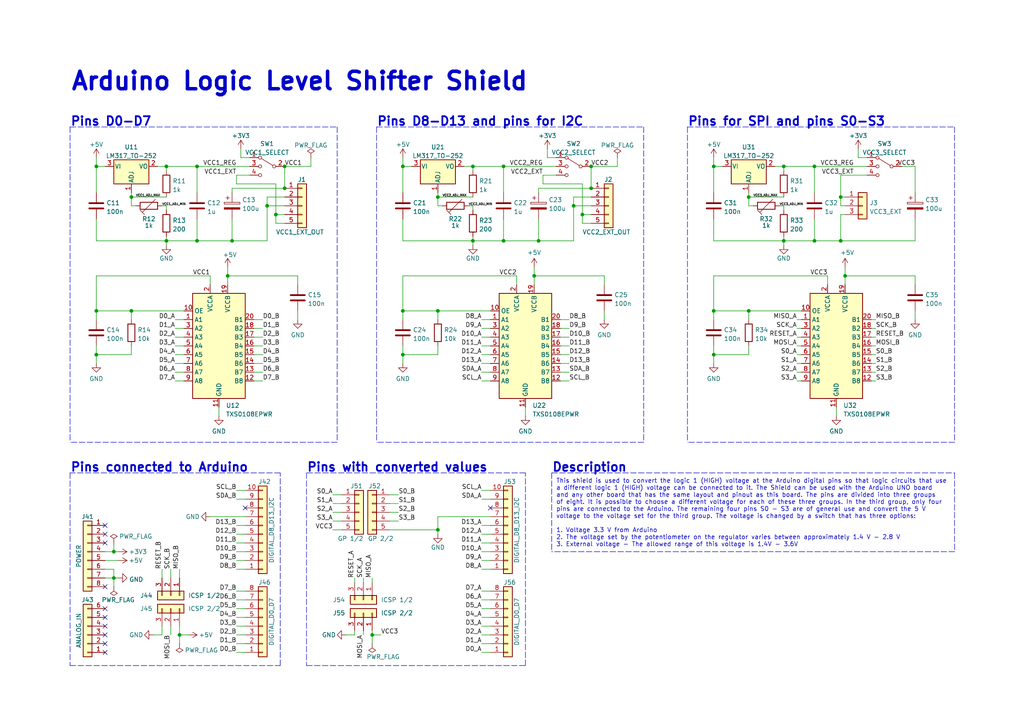
<source format=kicad_sch>
(kicad_sch (version 20211123) (generator eeschema)
  (paper "A4")
  (title_block (title "Arduino Logic Level Shifter Shield") (date "2023-03-18") (rev "1") (comment 2 "https://creativecommons.org/licenses/by-sa/4.0/") (comment 3 "License: CC BY-SA 4.0") (comment 4 "Author: Petr Vlasák"))
  (lib_symbols
    (symbol "Connector_Generic:Conn_01x03" (pin_names (offset 1.016) hide)
      (property "Reference" "J" (at 0 5.08 0))
      (property "Value" "Conn_01x03" (at 0 -5.08 0))
      (symbol "Conn_01x03_1_1"
        (pin passive line (at -5.08 2.54 0) (length 3.81) (name "Pin_1") (number "1"))
        (pin passive line (at -5.08 0 0) (length 3.81) (name "Pin_2") (number "2"))
        (pin passive line (at -5.08 -2.54 0) (length 3.81) (name "Pin_3") (number "3"))
      )
    )
    (symbol "Connector_Generic:Conn_01x05" (pin_names (offset 1.016) hide)
      (property "Reference" "J" (at 0 7.62 0))
      (property "Value" "Conn_01x05" (at 0 -7.62 0))
      (symbol "Conn_01x05_1_1"
        (pin passive line (at -5.08 5.08 0) (length 3.81) (name "Pin_1") (number "1"))
        (pin passive line (at -5.08 2.54 0) (length 3.81) (name "Pin_2") (number "2"))
        (pin passive line (at -5.08 0 0) (length 3.81) (name "Pin_3") (number "3"))
        (pin passive line (at -5.08 -2.54 0) (length 3.81) (name "Pin_4") (number "4"))
        (pin passive line (at -5.08 -5.08 0) (length 3.81) (name "Pin_5") (number "5"))
      )
    )
    (symbol "Connector_Generic:Conn_01x06" (pin_names (offset 1.016) hide)
      (property "Reference" "J" (at 0 7.62 0))
      (property "Value" "Conn_01x06" (at 0 -10.16 0))
      (symbol "Conn_01x06_1_1"
        (pin passive line (at -5.08 5.08 0) (length 3.81) (name "Pin_1") (number "1"))
        (pin passive line (at -5.08 2.54 0) (length 3.81) (name "Pin_2") (number "2"))
        (pin passive line (at -5.08 0 0) (length 3.81) (name "Pin_3") (number "3"))
        (pin passive line (at -5.08 -2.54 0) (length 3.81) (name "Pin_4") (number "4"))
        (pin passive line (at -5.08 -5.08 0) (length 3.81) (name "Pin_5") (number "5"))
        (pin passive line (at -5.08 -7.62 0) (length 3.81) (name "Pin_6") (number "6"))
      )
    )
    (symbol "Connector_Generic:Conn_01x08" (pin_names (offset 1.016) hide)
      (property "Reference" "J" (at 0 10.16 0))
      (property "Value" "Conn_01x08" (at 0 -12.7 0))
      (symbol "Conn_01x08_1_1"
        (pin passive line (at -5.08 7.62 0) (length 3.81) (name "Pin_1") (number "1"))
        (pin passive line (at -5.08 5.08 0) (length 3.81) (name "Pin_2") (number "2"))
        (pin passive line (at -5.08 2.54 0) (length 3.81) (name "Pin_3") (number "3"))
        (pin passive line (at -5.08 0 0) (length 3.81) (name "Pin_4") (number "4"))
        (pin passive line (at -5.08 -2.54 0) (length 3.81) (name "Pin_5") (number "5"))
        (pin passive line (at -5.08 -5.08 0) (length 3.81) (name "Pin_6") (number "6"))
        (pin passive line (at -5.08 -7.62 0) (length 3.81) (name "Pin_7") (number "7"))
        (pin passive line (at -5.08 -10.16 0) (length 3.81) (name "Pin_8") (number "8"))
      )
    )
    (symbol "Connector_Generic:Conn_01x10" (pin_names (offset 1.016) hide)
      (property "Reference" "J" (at 0 12.7 0))
      (property "Value" "Conn_01x10" (at 0 -15.24 0))
      (symbol "Conn_01x10_1_1"
        (pin passive line (at -5.08 10.16 0) (length 3.81) (name "Pin_1") (number "1"))
        (pin passive line (at -5.08 -12.7 0) (length 3.81) (name "Pin_10") (number "10"))
        (pin passive line (at -5.08 7.62 0) (length 3.81) (name "Pin_2") (number "2"))
        (pin passive line (at -5.08 5.08 0) (length 3.81) (name "Pin_3") (number "3"))
        (pin passive line (at -5.08 2.54 0) (length 3.81) (name "Pin_4") (number "4"))
        (pin passive line (at -5.08 0 0) (length 3.81) (name "Pin_5") (number "5"))
        (pin passive line (at -5.08 -2.54 0) (length 3.81) (name "Pin_6") (number "6"))
        (pin passive line (at -5.08 -5.08 0) (length 3.81) (name "Pin_7") (number "7"))
        (pin passive line (at -5.08 -7.62 0) (length 3.81) (name "Pin_8") (number "8"))
        (pin passive line (at -5.08 -10.16 0) (length 3.81) (name "Pin_9") (number "9"))
      )
    )
    (symbol "Custom:OS103011MA7QP1" (pin_names (offset 0) hide)
      (property "Reference" "SW" (at 0 5.08 0))
      (property "Value" "OS103011MA7QP1" (at 0 -5.08 0))
      (symbol "OS103011MA7QP1_1_1"
        (pin passive line (at 5.08 2.54 180) (length 2.54) (name "1") (number "1"))
        (pin passive line (at -5.08 0 0) (length 2.54) (name "2") (number "2"))
        (pin passive line (at 5.08 0 180) (length 2.54) (name "3") (number "3"))
        (pin passive line (at 5.08 -2.54 180) (length 2.54) (name "4") (number "4"))
      )
    )
    (symbol "Device:C" (pin_numbers hide) (pin_names (offset 0.254))
      (property "Reference" "C" (at 0.635 2.54 0))
      (property "Value" "C" (at 0.635 -2.54 0))
      (symbol "C_1_1"
        (pin passive line (at 0 3.81 270) (length 2.794) (name "~") (number "1"))
        (pin passive line (at 0 -3.81 90) (length 2.794) (name "~") (number "2"))
      )
    )
    (symbol "Device:C_Polarized" (pin_numbers hide) (pin_names (offset 0.254))
      (property "Reference" "C" (at 0.635 2.54 0))
      (property "Value" "C_Polarized" (at 0.635 -2.54 0))
      (symbol "C_Polarized_1_1"
        (pin passive line (at 0 3.81 270) (length 2.794) (name "~") (number "1"))
        (pin passive line (at 0 -3.81 90) (length 2.794) (name "~") (number "2"))
      )
    )
    (symbol "Device:R" (pin_numbers hide) (pin_names (offset 0))
      (property "Reference" "R" (at 2.032 0 90))
      (property "Value" "R" (at 0 0 90))
      (symbol "R_1_1"
        (pin passive line (at 0 3.81 270) (length 1.27) (name "~") (number "1"))
        (pin passive line (at 0 -3.81 90) (length 1.27) (name "~") (number "2"))
      )
    )
    (symbol "Device:R_Trim" (pin_numbers hide) (pin_names (offset 0))
      (property "Reference" "R" (at 2.54 -2.54 90))
      (property "Value" "R_Trim" (at -2.54 -0.635 90))
      (symbol "R_Trim_1_1"
        (pin passive line (at 0 3.81 270) (length 1.27) (name "~") (number "1"))
        (pin passive line (at 0 -3.81 90) (length 1.27) (name "~") (number "2"))
      )
    )
    (symbol "Logic_LevelTranslator:TXS0108EPW"
      (property "Reference" "U" (at -6.35 16.51 0))
      (property "Value" "TXS0108EPW" (at 3.81 16.51 0))
      (symbol "TXS0108EPW_1_1"
        (pin bidirectional line (at -10.16 7.62 0) (length 2.54) (name "A1") (number "1"))
        (pin input line (at -10.16 10.16 0) (length 2.54) (name "OE") (number "10"))
        (pin power_in line (at 0 -17.78 90) (length 2.54) (name "GND") (number "11"))
        (pin bidirectional line (at 10.16 -10.16 180) (length 2.54) (name "B8") (number "12"))
        (pin bidirectional line (at 10.16 -7.62 180) (length 2.54) (name "B7") (number "13"))
        (pin bidirectional line (at 10.16 -5.08 180) (length 2.54) (name "B6") (number "14"))
        (pin bidirectional line (at 10.16 -2.54 180) (length 2.54) (name "B5") (number "15"))
        (pin bidirectional line (at 10.16 0 180) (length 2.54) (name "B4") (number "16"))
        (pin bidirectional line (at 10.16 2.54 180) (length 2.54) (name "B3") (number "17"))
        (pin bidirectional line (at 10.16 5.08 180) (length 2.54) (name "B2") (number "18"))
        (pin power_in line (at 2.54 17.78 270) (length 2.54) (name "VCCB") (number "19"))
        (pin power_in line (at -2.54 17.78 270) (length 2.54) (name "VCCA") (number "2"))
        (pin bidirectional line (at 10.16 7.62 180) (length 2.54) (name "B1") (number "20"))
        (pin bidirectional line (at -10.16 5.08 0) (length 2.54) (name "A2") (number "3"))
        (pin bidirectional line (at -10.16 2.54 0) (length 2.54) (name "A3") (number "4"))
        (pin bidirectional line (at -10.16 0 0) (length 2.54) (name "A4") (number "5"))
        (pin bidirectional line (at -10.16 -2.54 0) (length 2.54) (name "A5") (number "6"))
        (pin bidirectional line (at -10.16 -5.08 0) (length 2.54) (name "A6") (number "7"))
        (pin bidirectional line (at -10.16 -7.62 0) (length 2.54) (name "A7") (number "8"))
        (pin bidirectional line (at -10.16 -10.16 0) (length 2.54) (name "A8") (number "9"))
      )
    )
    (symbol "Regulator_Linear:LM317_TO-252" (pin_names (offset 0.254))
      (property "Reference" "U" (at -3.81 3.175 0))
      (property "Value" "LM317_TO-252" (at 0 3.175 0))
      (symbol "LM317_TO-252_1_1"
        (pin input line (at 0 -7.62 90) (length 2.54) (name "ADJ") (number "1"))
        (pin power_out line (at 7.62 0 180) (length 2.54) (name "VO") (number "2"))
        (pin power_in line (at -7.62 0 0) (length 2.54) (name "VI") (number "3"))
      )
    )
    (symbol "power:+3V3" (power) (pin_names (offset 0))
      (property "Value" "+3V3" (at 0 3.556 0))
      (symbol "+3V3_1_1"
        (pin power_in line (at 0 0 90) (length 0) hide (name "+3V3") (number "1"))
      )
    )
    (symbol "power:+5V" (power) (pin_names (offset 0))
      (property "Value" "+5V" (at 0 3.556 0))
      (symbol "+5V_1_1"
        (pin power_in line (at 0 0 90) (length 0) hide (name "+5V") (number "1"))
      )
    )
    (symbol "power:GND" (power) (pin_names (offset 0))
      (property "Value" "GND" (at 0 -3.81 0))
      (symbol "GND_1_1"
        (pin power_in line (at 0 0 270) (length 0) hide (name "GND") (number "1"))
      )
    )
    (symbol "power:PWR_FLAG" (power) (pin_numbers hide) (pin_names (offset 0) hide)
      (property "Value" "PWR_FLAG" (at 0 3.81 0))
      (symbol "PWR_FLAG_0_0"
        (pin power_out line (at 0 0 90) (length 0) (name "pwr") (number "1"))
      )
    )
  )
  (junction (at 116.84 48.26))
  (junction (at 48.26 48.26))
  (junction (at 52.07 184.15))
  (junction (at 27.94 90.17))
  (junction (at 236.22 48.26))
  (junction (at 137.16 48.26))
  (junction (at 146.05 48.26))
  (junction (at 82.55 54.61))
  (junction (at 82.55 48.26))
  (junction (at 80.01 62.23))
  (junction (at 48.26 69.85))
  (junction (at 57.15 48.26))
  (junction (at 207.01 48.26))
  (junction (at 66.04 80.01))
  (junction (at 137.16 69.85))
  (junction (at 156.21 69.85))
  (junction (at 38.1 90.17))
  (junction (at 127 90.17))
  (junction (at 154.94 80.01))
  (junction (at 171.45 54.61))
  (junction (at 107.95 184.15))
  (junction (at 57.15 69.85))
  (junction (at 27.94 48.26))
  (junction (at 217.17 57.15))
  (junction (at 217.17 90.17))
  (junction (at 207.01 102.87))
  (junction (at 77.47 59.69))
  (junction (at 245.11 80.01))
  (junction (at 227.33 48.26))
  (junction (at 207.01 90.17))
  (junction (at 171.45 48.26))
  (junction (at 127 57.15))
  (junction (at 168.91 62.23))
  (junction (at 38.1 57.15))
  (junction (at 116.84 90.17))
  (junction (at 146.05 69.85))
  (junction (at 116.84 102.87))
  (junction (at 33.02 167.64))
  (junction (at 243.84 57.15))
  (junction (at 227.33 69.85))
  (junction (at 27.94 102.87))
  (junction (at 67.31 69.85))
  (junction (at 127 153.67))
  (junction (at 33.02 160.02))
  (junction (at 236.22 69.85))
  (junction (at 243.84 69.85))
  (junction (at 166.37 59.69))
  (no_connect (at 30.48 184.15))
  (no_connect (at 30.48 179.07))
  (no_connect (at 71.12 147.32))
  (no_connect (at 30.48 154.94))
  (no_connect (at 30.48 152.4))
  (no_connect (at 30.48 176.53))
  (no_connect (at 30.48 170.18))
  (no_connect (at 30.48 157.48))
  (no_connect (at 142.24 147.32))
  (no_connect (at 30.48 181.61))
  (no_connect (at 30.48 189.23))
  (no_connect (at 30.48 186.69))
  (wire (pts (xy 243.84 57.15) (xy 243.84 50.8)))
  (wire (pts (xy 158.75 45.72) (xy 161.29 45.72)))
  (wire (pts (xy 77.47 59.69) (xy 77.47 69.85)))
  (wire (pts (xy 48.26 69.85) (xy 57.15 69.85)))
  (wire (pts (xy 68.58 176.53) (xy 71.12 176.53)))
  (wire (pts (xy 27.94 102.87) (xy 27.94 105.41)))
  (wire (pts (xy 168.91 53.34) (xy 168.91 62.23)))
  (wire (pts (xy 68.58 186.69) (xy 71.12 186.69)))
  (wire (pts (xy 139.7 97.79) (xy 142.24 97.79)))
  (wire (pts (xy 218.44 59.69) (xy 217.17 59.69)))
  (wire (pts (xy 166.37 57.15) (xy 171.45 57.15)))
  (wire (pts (xy 107.95 167.64) (xy 107.95 168.91)))
  (wire (pts (xy 240.03 80.01) (xy 207.01 80.01)))
  (wire (pts (xy 139.7 100.33) (xy 142.24 100.33)))
  (wire (pts (xy 231.14 92.71) (xy 232.41 92.71)))
  (wire (pts (xy 217.17 90.17) (xy 232.41 90.17)))
  (wire (pts (xy 68.58 181.61) (xy 71.12 181.61)))
  (polyline (pts (xy 109.22 36.83) (xy 186.69 36.83)))
  (wire (pts (xy 73.66 110.49) (xy 76.2 110.49)))
  (wire (pts (xy 243.84 50.8) (xy 251.46 50.8)))
  (wire (pts (xy 252.73 107.95) (xy 254 107.95)))
  (wire (pts (xy 139.7 157.48) (xy 142.24 157.48)))
  (wire (pts (xy 137.16 59.69) (xy 137.16 60.96)))
  (wire (pts (xy 207.01 48.26) (xy 207.01 55.88)))
  (wire (pts (xy 44.45 184.15) (xy 46.99 184.15)))
  (wire (pts (xy 116.84 100.33) (xy 116.84 102.87)))
  (wire (pts (xy 68.58 171.45) (xy 71.12 171.45)))
  (wire (pts (xy 179.07 45.72) (xy 179.07 48.26)))
  (wire (pts (xy 50.8 102.87) (xy 53.34 102.87)))
  (wire (pts (xy 68.58 152.4) (xy 71.12 152.4)))
  (wire (pts (xy 227.33 68.58) (xy 227.33 69.85)))
  (wire (pts (xy 46.99 59.69) (xy 48.26 59.69)))
  (wire (pts (xy 245.11 80.01) (xy 265.43 80.01)))
  (wire (pts (xy 231.14 105.41) (xy 232.41 105.41)))
  (wire (pts (xy 154.94 80.01) (xy 154.94 82.55)))
  (wire (pts (xy 146.05 69.85) (xy 156.21 69.85)))
  (wire (pts (xy 139.7 142.24) (xy 142.24 142.24)))
  (wire (pts (xy 139.7 181.61) (xy 142.24 181.61)))
  (polyline (pts (xy 186.69 128.27) (xy 109.22 128.27)))
  (wire (pts (xy 134.62 48.26) (xy 137.16 48.26)))
  (wire (pts (xy 46.99 184.15) (xy 46.99 181.61)))
  (wire (pts (xy 168.91 62.23) (xy 168.91 64.77)))
  (wire (pts (xy 107.95 184.15) (xy 107.95 182.88)))
  (wire (pts (xy 57.15 69.85) (xy 67.31 69.85)))
  (wire (pts (xy 67.31 54.61) (xy 82.55 54.61)))
  (wire (pts (xy 96.52 143.51) (xy 99.06 143.51)))
  (wire (pts (xy 67.31 63.5) (xy 67.31 69.85)))
  (wire (pts (xy 27.94 90.17) (xy 27.94 92.71)))
  (wire (pts (xy 137.16 48.26) (xy 137.16 49.53)))
  (wire (pts (xy 27.94 69.85) (xy 48.26 69.85)))
  (wire (pts (xy 116.84 90.17) (xy 127 90.17)))
  (wire (pts (xy 231.14 110.49) (xy 232.41 110.49)))
  (wire (pts (xy 46.99 165.1) (xy 46.99 167.64)))
  (wire (pts (xy 139.7 152.4) (xy 142.24 152.4)))
  (wire (pts (xy 96.52 153.67) (xy 99.06 153.67)))
  (polyline (pts (xy 88.9 193.04) (xy 152.4 193.04)))
  (wire (pts (xy 166.37 59.69) (xy 171.45 59.69)))
  (wire (pts (xy 127 149.86) (xy 127 153.67)))
  (wire (pts (xy 231.14 100.33) (xy 232.41 100.33)))
  (polyline (pts (xy 81.28 137.16) (xy 20.32 137.16)))
  (wire (pts (xy 166.37 59.69) (xy 166.37 57.15)))
  (wire (pts (xy 48.26 68.58) (xy 48.26 69.85)))
  (wire (pts (xy 116.84 48.26) (xy 116.84 55.88)))
  (wire (pts (xy 243.84 57.15) (xy 245.11 57.15)))
  (wire (pts (xy 38.1 102.87) (xy 27.94 102.87)))
  (polyline (pts (xy 88.9 137.16) (xy 88.9 193.04)))
  (wire (pts (xy 139.7 189.23) (xy 142.24 189.23)))
  (wire (pts (xy 68.58 50.8) (xy 72.39 50.8)))
  (wire (pts (xy 60.96 82.55) (xy 60.96 80.01)))
  (wire (pts (xy 39.37 59.69) (xy 38.1 59.69)))
  (polyline (pts (xy 276.86 36.83) (xy 276.86 128.27)))
  (wire (pts (xy 102.87 184.15) (xy 102.87 182.88)))
  (wire (pts (xy 139.7 154.94) (xy 142.24 154.94)))
  (wire (pts (xy 171.45 48.26) (xy 171.45 54.61)))
  (wire (pts (xy 68.58 179.07) (xy 71.12 179.07)))
  (wire (pts (xy 127 59.69) (xy 127 57.15)))
  (wire (pts (xy 137.16 69.85) (xy 146.05 69.85)))
  (wire (pts (xy 116.84 48.26) (xy 119.38 48.26)))
  (polyline (pts (xy 20.32 36.83) (xy 97.79 36.83)))
  (wire (pts (xy 175.26 80.01) (xy 175.26 82.55)))
  (wire (pts (xy 86.36 80.01) (xy 86.36 82.55)))
  (wire (pts (xy 226.06 59.69) (xy 227.33 59.69)))
  (wire (pts (xy 139.7 179.07) (xy 142.24 179.07)))
  (wire (pts (xy 68.58 142.24) (xy 71.12 142.24)))
  (wire (pts (xy 50.8 95.25) (xy 53.34 95.25)))
  (polyline (pts (xy 20.32 36.83) (xy 20.32 128.27)))
  (wire (pts (xy 54.61 184.15) (xy 52.07 184.15)))
  (wire (pts (xy 116.84 102.87) (xy 116.84 105.41)))
  (wire (pts (xy 73.66 102.87) (xy 76.2 102.87)))
  (wire (pts (xy 57.15 48.26) (xy 72.39 48.26)))
  (wire (pts (xy 245.11 77.47) (xy 245.11 80.01)))
  (wire (pts (xy 139.7 173.99) (xy 142.24 173.99)))
  (wire (pts (xy 156.21 69.85) (xy 166.37 69.85)))
  (wire (pts (xy 154.94 80.01) (xy 175.26 80.01)))
  (wire (pts (xy 96.52 146.05) (xy 99.06 146.05)))
  (wire (pts (xy 27.94 80.01) (xy 27.94 90.17)))
  (wire (pts (xy 265.43 90.17) (xy 265.43 92.71)))
  (polyline (pts (xy 186.69 36.83) (xy 186.69 128.27)))
  (wire (pts (xy 243.84 59.69) (xy 243.84 57.15)))
  (wire (pts (xy 207.01 90.17) (xy 207.01 92.71)))
  (wire (pts (xy 27.94 48.26) (xy 27.94 55.88)))
  (wire (pts (xy 50.8 97.79) (xy 53.34 97.79)))
  (wire (pts (xy 90.17 48.26) (xy 82.55 48.26)))
  (wire (pts (xy 217.17 59.69) (xy 217.17 57.15)))
  (polyline (pts (xy 276.86 128.27) (xy 199.39 128.27)))
  (wire (pts (xy 139.7 92.71) (xy 142.24 92.71)))
  (wire (pts (xy 38.1 59.69) (xy 38.1 57.15)))
  (polyline (pts (xy 160.02 137.16) (xy 160.02 160.02)))
  (wire (pts (xy 127 100.33) (xy 127 102.87)))
  (wire (pts (xy 48.26 57.15) (xy 38.1 57.15)))
  (wire (pts (xy 162.56 97.79) (xy 165.1 97.79)))
  (wire (pts (xy 207.01 63.5) (xy 207.01 69.85)))
  (wire (pts (xy 227.33 48.26) (xy 236.22 48.26)))
  (wire (pts (xy 30.48 165.1) (xy 33.02 165.1)))
  (polyline (pts (xy 152.4 137.16) (xy 88.9 137.16)))
  (wire (pts (xy 30.48 160.02) (xy 33.02 160.02)))
  (wire (pts (xy 137.16 68.58) (xy 137.16 69.85)))
  (wire (pts (xy 33.02 160.02) (xy 34.29 160.02)))
  (polyline (pts (xy 276.86 160.02) (xy 160.02 160.02)))
  (wire (pts (xy 68.58 173.99) (xy 71.12 173.99)))
  (wire (pts (xy 113.03 146.05) (xy 115.57 146.05)))
  (wire (pts (xy 139.7 144.78) (xy 142.24 144.78)))
  (wire (pts (xy 162.56 92.71) (xy 165.1 92.71)))
  (wire (pts (xy 217.17 100.33) (xy 217.17 102.87)))
  (wire (pts (xy 33.02 157.48) (xy 33.02 160.02)))
  (wire (pts (xy 113.03 153.67) (xy 127 153.67)))
  (wire (pts (xy 38.1 100.33) (xy 38.1 102.87)))
  (wire (pts (xy 49.53 184.15) (xy 49.53 181.61)))
  (wire (pts (xy 156.21 63.5) (xy 156.21 69.85)))
  (wire (pts (xy 207.01 102.87) (xy 207.01 105.41)))
  (wire (pts (xy 96.52 148.59) (xy 99.06 148.59)))
  (wire (pts (xy 146.05 63.5) (xy 146.05 69.85)))
  (wire (pts (xy 52.07 165.1) (xy 52.07 167.64)))
  (wire (pts (xy 240.03 82.55) (xy 240.03 80.01)))
  (wire (pts (xy 38.1 57.15) (xy 38.1 55.88)))
  (polyline (pts (xy 20.32 193.04) (xy 81.28 193.04)))
  (wire (pts (xy 243.84 62.23) (xy 243.84 69.85)))
  (wire (pts (xy 90.17 45.72) (xy 90.17 48.26)))
  (wire (pts (xy 116.84 45.72) (xy 116.84 48.26)))
  (wire (pts (xy 243.84 69.85) (xy 265.43 69.85)))
  (wire (pts (xy 162.56 100.33) (xy 165.1 100.33)))
  (wire (pts (xy 68.58 144.78) (xy 71.12 144.78)))
  (wire (pts (xy 139.7 160.02) (xy 142.24 160.02)))
  (wire (pts (xy 166.37 69.85) (xy 166.37 59.69)))
  (wire (pts (xy 68.58 53.34) (xy 80.01 53.34)))
  (polyline (pts (xy 81.28 193.04) (xy 81.28 137.16)))
  (wire (pts (xy 217.17 90.17) (xy 217.17 92.71)))
  (wire (pts (xy 207.01 69.85) (xy 227.33 69.85)))
  (wire (pts (xy 252.73 105.41) (xy 254 105.41)))
  (wire (pts (xy 137.16 48.26) (xy 146.05 48.26)))
  (wire (pts (xy 154.94 77.47) (xy 154.94 80.01)))
  (polyline (pts (xy 276.86 137.16) (xy 276.86 160.02)))
  (wire (pts (xy 68.58 50.8) (xy 68.58 53.34)))
  (wire (pts (xy 60.96 149.86) (xy 71.12 149.86)))
  (wire (pts (xy 38.1 90.17) (xy 53.34 90.17)))
  (wire (pts (xy 69.85 45.72) (xy 72.39 45.72)))
  (wire (pts (xy 158.75 43.18) (xy 158.75 45.72)))
  (wire (pts (xy 162.56 102.87) (xy 165.1 102.87)))
  (wire (pts (xy 139.7 162.56) (xy 142.24 162.56)))
  (polyline (pts (xy 152.4 193.04) (xy 152.4 137.16)))
  (wire (pts (xy 236.22 55.88) (xy 236.22 48.26)))
  (wire (pts (xy 102.87 167.64) (xy 102.87 168.91)))
  (wire (pts (xy 67.31 55.88) (xy 67.31 54.61)))
  (wire (pts (xy 82.55 48.26) (xy 82.55 54.61)))
  (wire (pts (xy 139.7 165.1) (xy 142.24 165.1)))
  (wire (pts (xy 252.73 97.79) (xy 254 97.79)))
  (wire (pts (xy 175.26 90.17) (xy 175.26 92.71)))
  (wire (pts (xy 248.92 43.18) (xy 248.92 45.72)))
  (wire (pts (xy 68.58 157.48) (xy 71.12 157.48)))
  (wire (pts (xy 248.92 45.72) (xy 251.46 45.72)))
  (wire (pts (xy 149.86 80.01) (xy 116.84 80.01)))
  (polyline (pts (xy 97.79 128.27) (xy 20.32 128.27)))
  (wire (pts (xy 139.7 184.15) (xy 142.24 184.15)))
  (wire (pts (xy 252.73 92.71) (xy 254 92.71)))
  (wire (pts (xy 33.02 167.64) (xy 34.29 167.64)))
  (wire (pts (xy 68.58 165.1) (xy 71.12 165.1)))
  (wire (pts (xy 252.73 95.25) (xy 254 95.25)))
  (wire (pts (xy 139.7 107.95) (xy 142.24 107.95)))
  (wire (pts (xy 116.84 63.5) (xy 116.84 69.85)))
  (wire (pts (xy 242.57 118.11) (xy 242.57 120.65)))
  (wire (pts (xy 139.7 102.87) (xy 142.24 102.87)))
  (wire (pts (xy 227.33 59.69) (xy 227.33 60.96)))
  (wire (pts (xy 128.27 59.69) (xy 127 59.69)))
  (wire (pts (xy 80.01 64.77) (xy 82.55 64.77)))
  (wire (pts (xy 113.03 148.59) (xy 115.57 148.59)))
  (wire (pts (xy 162.56 107.95) (xy 165.1 107.95)))
  (wire (pts (xy 82.55 57.15) (xy 77.47 57.15)))
  (polyline (pts (xy 20.32 137.16) (xy 20.32 193.04)))
  (wire (pts (xy 245.11 62.23) (xy 243.84 62.23)))
  (wire (pts (xy 265.43 48.26) (xy 265.43 55.88)))
  (polyline (pts (xy 199.39 36.83) (xy 199.39 128.27)))
  (wire (pts (xy 207.01 100.33) (xy 207.01 102.87)))
  (wire (pts (xy 68.58 154.94) (xy 71.12 154.94)))
  (wire (pts (xy 30.48 162.56) (xy 34.29 162.56)))
  (wire (pts (xy 68.58 160.02) (xy 71.12 160.02)))
  (wire (pts (xy 63.5 118.11) (xy 63.5 120.65)))
  (wire (pts (xy 245.11 80.01) (xy 245.11 82.55)))
  (wire (pts (xy 52.07 184.15) (xy 52.07 181.61)))
  (polyline (pts (xy 97.79 36.83) (xy 97.79 128.27)))
  (wire (pts (xy 152.4 118.11) (xy 152.4 120.65)))
  (wire (pts (xy 73.66 95.25) (xy 76.2 95.25)))
  (wire (pts (xy 66.04 80.01) (xy 66.04 82.55)))
  (wire (pts (xy 227.33 57.15) (xy 217.17 57.15)))
  (wire (pts (xy 168.91 64.77) (xy 171.45 64.77)))
  (wire (pts (xy 49.53 165.1) (xy 49.53 167.64)))
  (wire (pts (xy 52.07 186.69) (xy 52.07 184.15)))
  (wire (pts (xy 168.91 62.23) (xy 171.45 62.23)))
  (wire (pts (xy 100.33 184.15) (xy 102.87 184.15)))
  (wire (pts (xy 33.02 165.1) (xy 33.02 167.64)))
  (wire (pts (xy 227.33 48.26) (xy 227.33 49.53)))
  (wire (pts (xy 265.43 80.01) (xy 265.43 82.55)))
  (wire (pts (xy 231.14 102.87) (xy 232.41 102.87)))
  (wire (pts (xy 224.79 48.26) (xy 227.33 48.26)))
  (wire (pts (xy 113.03 143.51) (xy 115.57 143.51)))
  (wire (pts (xy 73.66 92.71) (xy 76.2 92.71)))
  (wire (pts (xy 27.94 48.26) (xy 30.48 48.26)))
  (wire (pts (xy 179.07 48.26) (xy 171.45 48.26)))
  (wire (pts (xy 57.15 55.88) (xy 57.15 48.26)))
  (wire (pts (xy 227.33 69.85) (xy 236.22 69.85)))
  (wire (pts (xy 116.84 90.17) (xy 116.84 92.71)))
  (wire (pts (xy 27.94 45.72) (xy 27.94 48.26)))
  (wire (pts (xy 60.96 80.01) (xy 27.94 80.01)))
  (wire (pts (xy 105.41 184.15) (xy 105.41 182.88)))
  (wire (pts (xy 68.58 162.56) (xy 71.12 162.56)))
  (wire (pts (xy 113.03 151.13) (xy 115.57 151.13)))
  (wire (pts (xy 86.36 90.17) (xy 86.36 92.71)))
  (wire (pts (xy 162.56 110.49) (xy 165.1 110.49)))
  (wire (pts (xy 146.05 55.88) (xy 146.05 48.26)))
  (wire (pts (xy 127 90.17) (xy 142.24 90.17)))
  (wire (pts (xy 30.48 167.64) (xy 33.02 167.64)))
  (wire (pts (xy 96.52 151.13) (xy 99.06 151.13)))
  (wire (pts (xy 48.26 69.85) (xy 48.26 71.12)))
  (wire (pts (xy 157.48 50.8) (xy 161.29 50.8)))
  (wire (pts (xy 80.01 62.23) (xy 82.55 62.23)))
  (wire (pts (xy 116.84 69.85) (xy 137.16 69.85)))
  (wire (pts (xy 139.7 95.25) (xy 142.24 95.25)))
  (polyline (pts (xy 199.39 36.83) (xy 276.86 36.83)))
  (wire (pts (xy 80.01 53.34) (xy 80.01 62.23)))
  (wire (pts (xy 162.56 95.25) (xy 165.1 95.25)))
  (wire (pts (xy 73.66 97.79) (xy 76.2 97.79)))
  (wire (pts (xy 127 153.67) (xy 127 154.94)))
  (wire (pts (xy 27.94 90.17) (xy 38.1 90.17)))
  (wire (pts (xy 137.16 69.85) (xy 137.16 71.12)))
  (wire (pts (xy 139.7 176.53) (xy 142.24 176.53)))
  (wire (pts (xy 50.8 110.49) (xy 53.34 110.49)))
  (wire (pts (xy 45.72 48.26) (xy 48.26 48.26)))
  (wire (pts (xy 261.62 48.26) (xy 265.43 48.26)))
  (wire (pts (xy 73.66 100.33) (xy 76.2 100.33)))
  (wire (pts (xy 27.94 63.5) (xy 27.94 69.85)))
  (wire (pts (xy 236.22 48.26) (xy 251.46 48.26)))
  (wire (pts (xy 139.7 105.41) (xy 142.24 105.41)))
  (wire (pts (xy 68.58 184.15) (xy 71.12 184.15)))
  (wire (pts (xy 252.73 100.33) (xy 254 100.33)))
  (wire (pts (xy 107.95 186.69) (xy 107.95 184.15)))
  (wire (pts (xy 231.14 97.79) (xy 232.41 97.79)))
  (wire (pts (xy 48.26 59.69) (xy 48.26 60.96)))
  (wire (pts (xy 236.22 63.5) (xy 236.22 69.85)))
  (wire (pts (xy 142.24 149.86) (xy 127 149.86)))
  (wire (pts (xy 68.58 189.23) (xy 71.12 189.23)))
  (wire (pts (xy 50.8 105.41) (xy 53.34 105.41)))
  (polyline (pts (xy 109.22 36.83) (xy 109.22 128.27)))
  (wire (pts (xy 27.94 100.33) (xy 27.94 102.87)))
  (wire (pts (xy 149.86 82.55) (xy 149.86 80.01)))
  (wire (pts (xy 69.85 43.18) (xy 69.85 45.72)))
  (wire (pts (xy 57.15 63.5) (xy 57.15 69.85)))
  (wire (pts (xy 156.21 55.88) (xy 156.21 54.61)))
  (wire (pts (xy 77.47 59.69) (xy 82.55 59.69)))
  (wire (pts (xy 227.33 69.85) (xy 227.33 71.12)))
  (wire (pts (xy 50.8 92.71) (xy 53.34 92.71)))
  (wire (pts (xy 162.56 105.41) (xy 165.1 105.41)))
  (wire (pts (xy 207.01 45.72) (xy 207.01 48.26)))
  (wire (pts (xy 156.21 54.61) (xy 171.45 54.61)))
  (wire (pts (xy 146.05 48.26) (xy 161.29 48.26)))
  (wire (pts (xy 207.01 90.17) (xy 217.17 90.17)))
  (wire (pts (xy 48.26 48.26) (xy 48.26 49.53)))
  (wire (pts (xy 236.22 69.85) (xy 243.84 69.85)))
  (wire (pts (xy 252.73 102.87) (xy 254 102.87)))
  (wire (pts (xy 217.17 102.87) (xy 207.01 102.87)))
  (wire (pts (xy 33.02 170.18) (xy 33.02 167.64)))
  (wire (pts (xy 77.47 69.85) (xy 67.31 69.85)))
  (wire (pts (xy 38.1 90.17) (xy 38.1 92.71)))
  (wire (pts (xy 50.8 100.33) (xy 53.34 100.33)))
  (wire (pts (xy 231.14 107.95) (xy 232.41 107.95)))
  (wire (pts (xy 66.04 77.47) (xy 66.04 80.01)))
  (wire (pts (xy 252.73 110.49) (xy 254 110.49)))
  (wire (pts (xy 137.16 57.15) (xy 127 57.15)))
  (wire (pts (xy 135.89 59.69) (xy 137.16 59.69)))
  (wire (pts (xy 110.49 184.15) (xy 107.95 184.15)))
  (wire (pts (xy 207.01 48.26) (xy 209.55 48.26)))
  (wire (pts (xy 116.84 80.01) (xy 116.84 90.17)))
  (wire (pts (xy 127 90.17) (xy 127 92.71)))
  (wire (pts (xy 57.15 48.26) (xy 48.26 48.26)))
  (wire (pts (xy 66.04 80.01) (xy 86.36 80.01)))
  (wire (pts (xy 139.7 110.49) (xy 142.24 110.49)))
  (wire (pts (xy 157.48 53.34) (xy 168.91 53.34)))
  (wire (pts (xy 127 102.87) (xy 116.84 102.87)))
  (wire (pts (xy 73.66 107.95) (xy 76.2 107.95)))
  (polyline (pts (xy 160.02 137.16) (xy 276.86 137.16)))
  (wire (pts (xy 105.41 167.64) (xy 105.41 168.91)))
  (wire (pts (xy 80.01 62.23) (xy 80.01 64.77)))
  (wire (pts (xy 139.7 171.45) (xy 142.24 171.45)))
  (wire (pts (xy 139.7 186.69) (xy 142.24 186.69)))
  (wire (pts (xy 265.43 63.5) (xy 265.43 69.85)))
  (wire (pts (xy 127 57.15) (xy 127 55.88)))
  (wire (pts (xy 73.66 105.41) (xy 76.2 105.41)))
  (wire (pts (xy 245.11 59.69) (xy 243.84 59.69)))
  (wire (pts (xy 77.47 57.15) (xy 77.47 59.69)))
  (wire (pts (xy 50.8 107.95) (xy 53.34 107.95)))
  (wire (pts (xy 217.17 57.15) (xy 217.17 55.88)))
  (wire (pts (xy 157.48 50.8) (xy 157.48 53.34)))
  (wire (pts (xy 231.14 95.25) (xy 232.41 95.25)))
  (wire (pts (xy 207.01 80.01) (xy 207.01 90.17)))
  (text "Pins for SPI and pins S0-S3" (at 199.39 36.83 0) (effects (font (size 2.54 2.54) (thickness 0.508) bold) (justify left bottom)))
  (text "Pins with converted values" (at 88.9 137.16 0) (effects (font (size 2.54 2.54) bold) (justify left bottom)))
  (text "Pins D8-D13 and pins for I2C" (at 109.22 36.83 0) (effects (font (size 2.54 2.54) (thickness 0.508) bold) (justify left bottom)))
  (text "Pins D0-D7" (at 20.32 36.83 0) (effects (font (size 2.54 2.54) (thickness 0.508) bold) (justify left bottom)))
  (text "Arduino Logic Level Shifter Shield" (at 20.32 26.67 0) (effects (font (size 5.08 5.08) (thickness 1.016) bold) (justify left bottom)))
  (text "This shield is used to convert the logic 1 (HIGH) voltage at the Arduino digital pins so that logic circuits that use\na different logic 1 (HIGH) voltage can be connected to it. The Shield can be used with the Arduino UNO board\nand any other board that has the same layout and pinout as this board. The pins are divided into three groups\nof eight. It is possible to choose a different voltage for each of these three groups. In the third group, only four\npins are connected to the Arduino. The remaining four pins S0 - S3 are of general use and convert the 5 V\nvoltage to the voltage set for the third group. The voltage is changed by a switch that has three options:\n\n1. Voltage 3.3 V from Arduino\n2. The voltage set by the potentiometer on the regulator varies between approximately 1.4 V - 2.8 V\n3. External voltage - The allowed range of this voltage is 1.4V - 3.6V" (at 161.29 158.75 0) (effects (font (size 1.27 1.27)) (justify left bottom)))
  (text "Pins connected to Arduino" (at 20.32 137.16 0) (effects (font (size 2.54 2.54) (thickness 0.508) bold) (justify left bottom)))
  (text "Description" (at 160.02 137.16 0) (effects (font (size 2.54 2.54) bold) (justify left bottom)))
  (label "D13_B" (at 68.58 152.4 180))
  (label "D7_A" (at 50.8 110.49 180))
  (label "D12_B" (at 68.58 154.94 180))
  (label "VCC2_REG" (at 157.48 48.26 180))
  (label "VCC1" (at 60.96 80.01 180))
  (label "VCC3" (at 110.49 184.15 0))
  (label "D7_B" (at 68.58 171.45 180))
  (label "VCC2" (at 171.45 48.26 0))
  (label "D2_A" (at 50.8 97.79 180))
  (label "D10_A" (at 139.7 160.02 180))
  (label "SDA_A" (at 139.7 144.78 180))
  (label "S2_A" (at 96.52 148.59 180))
  (label "D13_A" (at 139.7 152.4 180))
  (label "VCC2_EXT" (at 157.48 50.8 180))
  (label "D11_A" (at 139.7 100.33 180))
  (label "SCK_A" (at 231.14 95.25 180))
  (label "S0_A" (at 231.14 102.87 180))
  (label "D11_B" (at 68.58 157.48 180))
  (label "S1_A" (at 231.14 105.41 180))
  (label "MISO_A" (at 107.95 167.64 90))
  (label "VCC3_ADJ_MIN" (at 226.06 59.69 0) (effects (font (size 0.635 0.635))))
  (label "MOSI_B" (at 49.53 184.15 270))
  (label "D9_B" (at 165.1 95.25 0))
  (label "MOSI_B" (at 254 100.33 0))
  (label "S3_B" (at 254 110.49 0))
  (label "D3_A" (at 50.8 100.33 180))
  (label "S2_B" (at 254 107.95 0))
  (label "D0_B" (at 68.58 189.23 180))
  (label "VCC2_ADJ_MIN" (at 135.89 59.69 0) (effects (font (size 0.635 0.635))))
  (label "D4_A" (at 139.7 179.07 180))
  (label "D8_B" (at 68.58 165.1 180))
  (label "SCK_B" (at 254 95.25 0))
  (label "SCK_A" (at 105.41 167.64 90))
  (label "D6_A" (at 50.8 107.95 180))
  (label "S0_B" (at 254 102.87 0))
  (label "D10_A" (at 139.7 97.79 180))
  (label "S0_A" (at 96.52 143.51 180))
  (label "SDA_B" (at 68.58 144.78 180))
  (label "S3_B" (at 115.57 151.13 0))
  (label "VCC2_ADJ_MAX" (at 128.27 57.15 0) (effects (font (size 0.635 0.635))))
  (label "SCK_B" (at 49.53 165.1 90))
  (label "D12_B" (at 165.1 102.87 0))
  (label "S1_A" (at 96.52 146.05 180))
  (label "SCL_B" (at 68.58 142.24 180))
  (label "D1_A" (at 139.7 186.69 180))
  (label "D0_B" (at 76.2 92.71 0))
  (label "D8_B" (at 165.1 92.71 0))
  (label "D0_A" (at 139.7 189.23 180))
  (label "RESET_B" (at 46.99 165.1 90))
  (label "S2_A" (at 231.14 107.95 180))
  (label "VCC1_EXT" (at 68.58 50.8 180))
  (label "D1_A" (at 50.8 95.25 180))
  (label "VCC3" (at 240.03 80.01 180))
  (label "D1_B" (at 76.2 95.25 0))
  (label "D1_B" (at 68.58 186.69 180))
  (label "D2_B" (at 68.58 184.15 180))
  (label "D5_A" (at 50.8 105.41 180))
  (label "MOSI_A" (at 105.41 184.15 270))
  (label "VCC1_ADJ_MAX" (at 39.37 57.15 0) (effects (font (size 0.635 0.635))))
  (label "VCC2" (at 149.86 80.01 180))
  (label "MISO_B" (at 254 92.71 0))
  (label "D13_A" (at 139.7 105.41 180))
  (label "D6_B" (at 76.2 107.95 0))
  (label "D4_B" (at 76.2 102.87 0))
  (label "SCL_B" (at 165.1 110.49 0))
  (label "D4_B" (at 68.58 179.07 180))
  (label "VCC3" (at 265.43 48.26 180))
  (label "D12_A" (at 139.7 154.94 180))
  (label "RESET_A" (at 231.14 97.79 180))
  (label "D2_A" (at 139.7 184.15 180))
  (label "D9_A" (at 139.7 162.56 180))
  (label "MISO_B" (at 52.07 165.1 90))
  (label "SCL_A" (at 139.7 110.49 180))
  (label "D5_A" (at 139.7 176.53 180))
  (label "VCC3" (at 96.52 153.67 180))
  (label "VCC1" (at 82.55 48.26 0))
  (label "D4_A" (at 50.8 102.87 180))
  (label "D6_A" (at 139.7 173.99 180))
  (label "S0_B" (at 115.57 143.51 0))
  (label "D11_B" (at 165.1 100.33 0))
  (label "RESET_B" (at 254 97.79 0))
  (label "D11_A" (at 139.7 157.48 180))
  (label "D6_B" (at 68.58 173.99 180))
  (label "D12_A" (at 139.7 102.87 180))
  (label "D9_B" (at 68.58 162.56 180))
  (label "D7_B" (at 76.2 110.49 0))
  (label "MOSI_A" (at 231.14 100.33 180))
  (label "D10_B" (at 165.1 97.79 0))
  (label "D3_A" (at 139.7 181.61 180))
  (label "SDA_B" (at 165.1 107.95 0))
  (label "D0_A" (at 50.8 92.71 180))
  (label "D7_A" (at 139.7 171.45 180))
  (label "D8_A" (at 139.7 165.1 180))
  (label "VCC3_REG" (at 247.65 48.26 180))
  (label "MISO_A" (at 231.14 92.71 180))
  (label "RESET_A" (at 102.87 167.64 90))
  (label "VCC1_REG" (at 68.58 48.26 180))
  (label "VCC3_EXT" (at 247.65 50.8 180))
  (label "D5_B" (at 68.58 176.53 180))
  (label "S3_A" (at 96.52 151.13 180))
  (label "S1_B" (at 115.57 146.05 0))
  (label "S2_B" (at 115.57 148.59 0))
  (label "D10_B" (at 68.58 160.02 180))
  (label "D9_A" (at 139.7 95.25 180))
  (label "D3_B" (at 68.58 181.61 180))
  (label "SDA_A" (at 139.7 107.95 180))
  (label "D3_B" (at 76.2 100.33 0))
  (label "D8_A" (at 139.7 92.71 180))
  (label "D2_B" (at 76.2 97.79 0))
  (label "D13_B" (at 165.1 105.41 0))
  (label "VCC3_ADJ_MAX" (at 218.44 57.15 0) (effects (font (size 0.635 0.635))))
  (label "VCC1_ADJ_MIN" (at 46.99 59.69 0) (effects (font (size 0.635 0.635))))
  (label "S1_B" (at 254 105.41 0))
  (label "S3_A" (at 231.14 110.49 180))
  (label "D5_B" (at 76.2 105.41 0))
  (label "SCL_A" (at 139.7 142.24 180))
  (symbol (lib_id "Device:C_Polarized") (at 67.31 59.69 0) (unit 1)
    (property "Reference" "C13" (at 70.231 57.9663 0) (effects (justify left)))
    (property "Value" "100u" (at 70.231 60.5032 0) (effects (justify left)))
    (property "Footprint" "Capacitor_THT:CP_Radial_D6.3mm_P2.50mm" (effects hide))
  )
  (symbol (lib_id "Device:R_Trim") (at 132.08 59.69 90) (mirror x) (unit 1)
    (property "Reference" "R22" (at 132.08 63.5 90))
    (property "Value" "1k" (at 132.08 65.405 90))
    (property "Footprint" "Custom:Potentiometer_Bourns_3362P_Vertical" (effects hide))
  )
  (symbol (lib_id "power:+5V") (at 27.94 45.72 0) (mirror y) (unit 1)
    (property "Reference" "#PWR01" (effects hide))
    (property "Value" "+5V" (at 27.94 41.91 0))
  )
  (symbol (lib_id "Connector_Generic:Conn_01x08") (at 25.4 160.02 0) (mirror y) (unit 1)
    (property "Reference" "J41" (at 25.4 149.86 0))
    (property "Value" "POWER" (at 22.86 161.29 90))
    (property "Footprint" "Custom:PinSocket_1x08_long_legs" (effects hide))
  )
  (symbol (lib_id "Device:R") (at 137.16 64.77 0) (unit 1)
    (property "Reference" "R23" (at 138.938 63.9353 0) (effects (justify left)))
    (property "Value" "200" (at 138.938 66.4722 0) (effects (justify left)))
    (property "Footprint" "Resistor_SMD:R_0603_1608Metric" (effects hide))
  )
  (symbol (lib_id "Connector_Generic:Conn_01x08") (at 76.2 181.61 0) (mirror x) (unit 1)
    (property "Reference" "J46" (at 74.93 168.91 0) (effects (justify left)))
    (property "Value" "DIGITAL_D0_D7" (at 78.74 173.355 90) (effects (justify left)))
    (property "Footprint" "Custom:PinSocket_1x08_long_legs" (effects hide))
  )
  (symbol (lib_id "Device:C") (at 116.84 96.52 0) (unit 1)
    (property "Reference" "C24" (at 119.761 95.6853 0) (effects (justify left)))
    (property "Value" "100n" (at 119.761 98.2222 0) (effects (justify left)))
    (property "Footprint" "Capacitor_SMD:C_0805_2012Metric" (effects hide))
  )
  (symbol (lib_id "Device:C_Polarized") (at 156.21 59.69 0) (unit 1)
    (property "Reference" "C23" (at 159.131 57.9663 0) (effects (justify left)))
    (property "Value" "100u" (at 159.131 60.5032 0) (effects (justify left)))
    (property "Footprint" "Capacitor_THT:CP_Radial_D6.3mm_P2.50mm" (effects hide))
  )
  (symbol (lib_id "Logic_LevelTranslator:TXS0108EPW") (at 242.57 100.33 0) (unit 1)
    (property "Reference" "U32" (at 244.5894 117.6004 0) (effects (justify left)))
    (property "Value" "TXS0108EPWR" (at 244.5894 120.1373 0) (effects (justify left)))
    (property "Footprint" "Package_SO:TSSOP-20_4.4x6.5mm_P0.65mm" (effects hide))
    (property "Datasheet" "www.ti.com/lit/ds/symlink/txs0108e.pdf" (effects hide))
  )
  (symbol (lib_id "Device:C") (at 146.05 59.69 0) (unit 1)
    (property "Reference" "C22" (at 148.971 58.8553 0) (effects (justify left)))
    (property "Value" "1u" (at 148.971 61.3922 0) (effects (justify left)))
    (property "Footprint" "Capacitor_SMD:C_0805_2012Metric" (effects hide))
  )
  (symbol (lib_id "Connector_Generic:Conn_01x05") (at 176.53 59.69 0) (unit 1)
    (property "Reference" "J2" (at 175.26 52.07 0) (effects (justify left)))
    (property "Value" "VCC2_EXT_OUT" (at 168.91 67.31 0) (effects (justify left)))
    (property "Footprint" "Custom:PinSocket_1x05" (effects hide))
  )
  (symbol (lib_id "power:PWR_FLAG") (at 33.02 157.48 0) (unit 1)
    (property "Reference" "#FLG01" (effects hide))
    (property "Value" "PWR_FLAG" (at 39.37 155.575 0))
  )
  (symbol (lib_id "Device:C") (at 86.36 86.36 0) (unit 1)
    (property "Reference" "C15" (at 89.281 85.5253 0) (effects (justify left)))
    (property "Value" "100n" (at 89.281 88.0622 0) (effects (justify left)))
    (property "Footprint" "Capacitor_SMD:C_0805_2012Metric" (effects hide))
  )
  (symbol (lib_id "Device:C") (at 116.84 59.69 0) (unit 1)
    (property "Reference" "C21" (at 119.761 58.8553 0) (effects (justify left)))
    (property "Value" "100n" (at 119.761 61.3922 0) (effects (justify left)))
    (property "Footprint" "Capacitor_SMD:C_0805_2012Metric" (effects hide))
  )
  (symbol (lib_id "Device:R") (at 227.33 53.34 0) (unit 1)
    (property "Reference" "R31" (at 229.108 52.5053 0) (effects (justify left)))
    (property "Value" "1k" (at 229.108 55.0422 0) (effects (justify left)))
    (property "Footprint" "Resistor_SMD:R_0603_1608Metric" (effects hide))
  )
  (symbol (lib_id "power:+5V") (at 54.61 184.15 270) (mirror x) (unit 1)
    (property "Reference" "#PWR08" (effects hide))
    (property "Value" "+5V" (at 59.69 184.15 90))
  )
  (symbol (lib_id "Device:C") (at 265.43 86.36 0) (unit 1)
    (property "Reference" "C35" (at 268.351 85.5253 0) (effects (justify left)))
    (property "Value" "100n" (at 268.351 88.0622 0) (effects (justify left)))
    (property "Footprint" "Capacitor_SMD:C_0805_2012Metric" (effects hide))
  )
  (symbol (lib_id "power:+5V") (at 245.11 77.47 0) (unit 1)
    (property "Reference" "#PWR029" (effects hide))
    (property "Value" "+5V" (at 245.745 73.2592 0))
  )
  (symbol (lib_id "power:GND") (at 242.57 120.65 0) (unit 1)
    (property "Reference" "#PWR028" (effects hide))
    (property "Value" "GND" (at 242.57 125.0934 0))
  )
  (symbol (lib_id "power:+5V") (at 207.01 45.72 0) (mirror y) (unit 1)
    (property "Reference" "#PWR025" (effects hide))
    (property "Value" "+5V" (at 207.01 41.91 0))
  )
  (symbol (lib_id "power:GND") (at 175.26 92.71 0) (unit 1)
    (property "Reference" "#PWR024" (effects hide))
    (property "Value" "GND" (at 175.26 97.1534 0))
  )
  (symbol (lib_id "power:GND") (at 34.29 167.64 90) (unit 1)
    (property "Reference" "#PWR05" (effects hide))
    (property "Value" "GND" (at 37.465 168.0738 90) (effects (justify right)))
  )
  (symbol (lib_id "Connector_Generic:Conn_01x03") (at 105.41 177.8 270) (mirror x) (unit 1)
    (property "Reference" "J55" (at 96.52 177.8 90) (effects (justify left)))
    (property "Value" "ICSP 2/2" (at 110.49 177.8 90) (effects (justify left)))
    (property "Footprint" "Custom:PinHeader_1x03" (effects hide))
  )
  (symbol (lib_id "Device:R") (at 227.33 64.77 0) (unit 1)
    (property "Reference" "R33" (at 229.108 63.9353 0) (effects (justify left)))
    (property "Value" "200" (at 229.108 66.4722 0) (effects (justify left)))
    (property "Footprint" "Resistor_SMD:R_0603_1608Metric" (effects hide))
  )
  (symbol (lib_id "power:GND") (at 100.33 184.15 270) (mirror x) (unit 1)
    (property "Reference" "#PWR014" (effects hide))
    (property "Value" "GND" (at 93.345 184.15 90) (effects (justify left)))
  )
  (symbol (lib_id "Device:R") (at 38.1 96.52 0) (unit 1)
    (property "Reference" "R14" (at 39.878 95.6853 0) (effects (justify left)))
    (property "Value" "10k" (at 39.878 98.2222 0) (effects (justify left)))
    (property "Footprint" "Resistor_SMD:R_0603_1608Metric" (effects hide))
  )
  (symbol (lib_id "Device:C") (at 236.22 59.69 0) (unit 1)
    (property "Reference" "C32" (at 239.141 58.8553 0) (effects (justify left)))
    (property "Value" "1u" (at 239.141 61.3922 0) (effects (justify left)))
    (property "Footprint" "Capacitor_SMD:C_0805_2012Metric" (effects hide))
  )
  (symbol (lib_id "power:GND") (at 44.45 184.15 270) (mirror x) (unit 1)
    (property "Reference" "#PWR07" (effects hide))
    (property "Value" "GND" (at 37.465 184.15 90) (effects (justify left)))
  )
  (symbol (lib_id "power:GND") (at 265.43 92.71 0) (unit 1)
    (property "Reference" "#PWR031" (effects hide))
    (property "Value" "GND" (at 265.43 97.1534 0))
  )
  (symbol (lib_id "Device:R") (at 48.26 53.34 0) (unit 1)
    (property "Reference" "R11" (at 50.038 52.5053 0) (effects (justify left)))
    (property "Value" "1k" (at 50.038 55.0422 0) (effects (justify left)))
    (property "Footprint" "Resistor_SMD:R_0603_1608Metric" (effects hide))
  )
  (symbol (lib_id "power:GND") (at 227.33 71.12 0) (unit 1)
    (property "Reference" "#PWR027" (effects hide))
    (property "Value" "GND" (at 227.33 74.93 0))
  )
  (symbol (lib_id "Device:C") (at 27.94 96.52 0) (unit 1)
    (property "Reference" "C14" (at 30.861 95.6853 0) (effects (justify left)))
    (property "Value" "100n" (at 30.861 98.2222 0) (effects (justify left)))
    (property "Footprint" "Capacitor_SMD:C_0805_2012Metric" (effects hide))
  )
  (symbol (lib_id "power:PWR_FLAG") (at 52.07 186.69 180) (unit 1)
    (property "Reference" "#FLG02" (effects hide))
    (property "Value" "PWR_FLAG" (at 58.42 188.595 0))
  )
  (symbol (lib_id "power:GND") (at 60.96 149.86 270) (mirror x) (unit 1)
    (property "Reference" "#PWR010" (effects hide))
    (property "Value" "GND" (at 55.88 149.86 90))
  )
  (symbol (lib_id "power:PWR_FLAG") (at 179.07 45.72 0) (unit 1)
    (property "Reference" "#FLG05" (effects hide))
    (property "Value" "PWR_FLAG" (at 179.07 42.1442 0))
  )
  (symbol (lib_id "Logic_LevelTranslator:TXS0108EPW") (at 152.4 100.33 0) (unit 1)
    (property "Reference" "U22" (at 154.4194 117.6004 0) (effects (justify left)))
    (property "Value" "TXS0108EPWR" (at 154.4194 120.1373 0) (effects (justify left)))
    (property "Footprint" "Package_SO:TSSOP-20_4.4x6.5mm_P0.65mm" (effects hide))
    (property "Datasheet" "www.ti.com/lit/ds/symlink/txs0108e.pdf" (effects hide))
  )
  (symbol (lib_id "power:+3V3") (at 248.92 43.18 0) (mirror y) (unit 1)
    (property "Reference" "#PWR030" (effects hide))
    (property "Value" "+3V3" (at 248.92 39.37 0))
  )
  (symbol (lib_id "power:+3V3") (at 158.75 43.18 0) (mirror y) (unit 1)
    (property "Reference" "#PWR023" (effects hide))
    (property "Value" "+3V3" (at 158.75 39.37 0))
  )
  (symbol (lib_id "Regulator_Linear:LM317_TO-252") (at 217.17 48.26 0) (unit 1)
    (property "Reference" "U31" (at 217.17 42.6552 0))
    (property "Value" "LM317_TO-252" (at 217.17 45.1921 0))
    (property "Footprint" "Package_TO_SOT_SMD:TO-252-2" (effects hide))
    (property "Datasheet" "http://www.ti.com/lit/ds/snvs774n/snvs774n.pdf" (effects hide))
  )
  (symbol (lib_id "Device:C") (at 207.01 59.69 0) (unit 1)
    (property "Reference" "C31" (at 209.931 58.8553 0) (effects (justify left)))
    (property "Value" "100n" (at 209.931 61.3922 0) (effects (justify left)))
    (property "Footprint" "Capacitor_SMD:C_0805_2012Metric" (effects hide))
  )
  (symbol (lib_id "Regulator_Linear:LM317_TO-252") (at 38.1 48.26 0) (unit 1)
    (property "Reference" "U11" (at 38.1 42.6552 0))
    (property "Value" "LM317_TO-252" (at 38.1 45.1921 0))
    (property "Footprint" "Package_TO_SOT_SMD:TO-252-2" (effects hide))
    (property "Datasheet" "http://www.ti.com/lit/ds/snvs774n/snvs774n.pdf" (effects hide))
  )
  (symbol (lib_id "Device:R_Trim") (at 222.25 59.69 90) (mirror x) (unit 1)
    (property "Reference" "R32" (at 222.25 63.5 90))
    (property "Value" "1k" (at 222.25 65.405 90))
    (property "Footprint" "Custom:Potentiometer_Bourns_3362P_Vertical" (effects hide))
  )
  (symbol (lib_id "Device:C_Polarized") (at 265.43 59.69 0) (unit 1)
    (property "Reference" "C33" (at 268.351 57.9663 0) (effects (justify left)))
    (property "Value" "100u" (at 268.351 60.5032 0) (effects (justify left)))
    (property "Footprint" "Capacitor_THT:CP_Radial_D6.3mm_P2.50mm" (effects hide))
  )
  (symbol (lib_id "Device:R") (at 137.16 53.34 0) (unit 1)
    (property "Reference" "R21" (at 138.938 52.5053 0) (effects (justify left)))
    (property "Value" "1k" (at 138.938 55.0422 0) (effects (justify left)))
    (property "Footprint" "Resistor_SMD:R_0603_1608Metric" (effects hide))
  )
  (symbol (lib_id "Connector_Generic:Conn_01x06") (at 25.4 184.15 180) (unit 1)
    (property "Reference" "J43" (at 25.4 173.99 0))
    (property "Value" "ANALOG_IN" (at 22.86 182.88 90))
    (property "Footprint" "Custom:PinSocket_1x06_long_legs" (effects hide))
  )
  (symbol (lib_id "power:GND") (at 63.5 120.65 0) (unit 1)
    (property "Reference" "#PWR09" (effects hide))
    (property "Value" "GND" (at 63.5 125.0934 0))
  )
  (symbol (lib_id "power:PWR_FLAG") (at 33.02 170.18 180) (unit 1)
    (property "Reference" "#FLG06" (effects hide))
    (property "Value" "PWR_FLAG" (at 34.29 173.99 0))
  )
  (symbol (lib_id "Connector_Generic:Conn_01x10") (at 76.2 154.94 0) (mirror x) (unit 1)
    (property "Reference" "J42" (at 74.93 139.7 0) (effects (justify left)))
    (property "Value" "DIGITAL_D8_D13_I2C" (at 78.74 144.145 90) (effects (justify left)))
    (property "Footprint" "Custom:PinSocket_1x10_long_legs" (effects hide))
  )
  (symbol (lib_id "power:+5V") (at 66.04 77.47 0) (unit 1)
    (property "Reference" "#PWR011" (effects hide))
    (property "Value" "+5V" (at 66.675 73.8942 0))
  )
  (symbol (lib_id "Logic_LevelTranslator:TXS0108EPW") (at 63.5 100.33 0) (unit 1)
    (property "Reference" "U12" (at 65.5194 117.6004 0) (effects (justify left)))
    (property "Value" "TXS0108EPWR" (at 65.5194 120.1373 0) (effects (justify left)))
    (property "Footprint" "Package_SO:TSSOP-20_4.4x6.5mm_P0.65mm" (effects hide))
    (property "Datasheet" "www.ti.com/lit/ds/symlink/txs0108e.pdf" (effects hide))
  )
  (symbol (lib_id "power:GND") (at 27.94 105.41 0) (unit 1)
    (property "Reference" "#PWR02" (effects hide))
    (property "Value" "GND" (at 27.94 109.8534 0))
  )
  (symbol (lib_id "Connector_Generic:Conn_01x05") (at 87.63 59.69 0) (unit 1)
    (property "Reference" "J1" (at 86.36 52.07 0) (effects (justify left)))
    (property "Value" "VCC1_EXT_OUT" (at 80.01 67.31 0) (effects (justify left)))
    (property "Footprint" "Custom:PinSocket_1x05" (effects hide))
  )
  (symbol (lib_id "power:PWR_FLAG") (at 90.17 45.72 0) (unit 1)
    (property "Reference" "#FLG04" (effects hide))
    (property "Value" "PWR_FLAG" (at 90.17 42.1442 0))
  )
  (symbol (lib_id "Custom:OS103011MA7QP1") (at 166.37 48.26 0) (mirror y) (unit 1)
    (property "Reference" "SW2" (at 166.37 41.69 0))
    (property "Value" "VCC2_SELECT" (at 166.37 44.2269 0))
    (property "Footprint" "Custom:SW_CuK_OS103011MA7QP1_SP3T_Angled" (effects hide))
  )
  (symbol (lib_id "power:GND") (at 86.36 92.71 0) (unit 1)
    (property "Reference" "#PWR013" (effects hide))
    (property "Value" "GND" (at 86.36 97.1534 0))
  )
  (symbol (lib_id "Device:C") (at 175.26 86.36 0) (unit 1)
    (property "Reference" "C25" (at 178.181 85.5253 0) (effects (justify left)))
    (property "Value" "100n" (at 178.181 88.0622 0) (effects (justify left)))
    (property "Footprint" "Capacitor_SMD:C_0805_2012Metric" (effects hide))
  )
  (symbol (lib_id "power:GND") (at 116.84 105.41 0) (unit 1)
    (property "Reference" "#PWR016" (effects hide))
    (property "Value" "GND" (at 116.84 109.8534 0))
  )
  (symbol (lib_id "power:PWR_FLAG") (at 107.95 186.69 180) (unit 1)
    (property "Reference" "#FLG03" (effects hide))
    (property "Value" "PWR_FLAG" (at 111.125 190.5 0))
  )
  (symbol (lib_id "power:+5V") (at 34.29 162.56 270) (mirror x) (unit 1)
    (property "Reference" "#PWR04" (effects hide))
    (property "Value" "+5V" (at 39.37 162.56 90))
  )
  (symbol (lib_id "power:+3V3") (at 69.85 43.18 0) (mirror y) (unit 1)
    (property "Reference" "#PWR012" (effects hide))
    (property "Value" "+3V3" (at 69.85 39.37 0))
  )
  (symbol (lib_id "Device:R_Trim") (at 43.18 59.69 90) (mirror x) (unit 1)
    (property "Reference" "R12" (at 43.18 63.5 90))
    (property "Value" "1k" (at 43.18 65.405 90))
    (property "Footprint" "Custom:Potentiometer_Bourns_3362P_Vertical" (effects hide))
  )
  (symbol (lib_id "Connector_Generic:Conn_01x03") (at 250.19 59.69 0) (unit 1)
    (property "Reference" "J3" (at 252.222 58.8553 0) (effects (justify left)))
    (property "Value" "VCC3_EXT" (at 252.222 61.3922 0) (effects (justify left)))
    (property "Footprint" "Custom:PinSocket_1x03" (effects hide))
  )
  (symbol (lib_id "Custom:OS103011MA7QP1") (at 256.54 48.26 0) (mirror y) (unit 1)
    (property "Reference" "SW3" (at 256.54 41.69 0))
    (property "Value" "VCC3_SELECT" (at 256.54 44.2269 0))
    (property "Footprint" "Custom:SW_CuK_OS103011MA7QP1_SP3T_Angled" (effects hide))
  )
  (symbol (lib_id "power:+5V") (at 154.94 77.47 0) (unit 1)
    (property "Reference" "#PWR022" (effects hide))
    (property "Value" "+5V" (at 154.94 73.2592 0))
  )
  (symbol (lib_id "Connector_Generic:Conn_01x08") (at 147.32 181.61 0) (mirror x) (unit 1)
    (property "Reference" "J56" (at 146.05 168.91 0) (effects (justify left)))
    (property "Value" "DIGITAL_D0_D7" (at 149.86 173.355 90) (effects (justify left)))
    (property "Footprint" "Custom:PinSocket_1x08" (effects hide))
  )
  (symbol (lib_id "Device:R") (at 127 96.52 0) (unit 1)
    (property "Reference" "R24" (at 128.778 95.6853 0) (effects (justify left)))
    (property "Value" "10k" (at 128.778 98.2222 0) (effects (justify left)))
    (property "Footprint" "Resistor_SMD:R_0603_1608Metric" (effects hide))
  )
  (symbol (lib_id "power:GND") (at 207.01 105.41 0) (unit 1)
    (property "Reference" "#PWR026" (effects hide))
    (property "Value" "GND" (at 207.01 109.8534 0))
  )
  (symbol (lib_id "power:GND") (at 152.4 120.65 0) (unit 1)
    (property "Reference" "#PWR021" (effects hide))
    (property "Value" "GND" (at 152.4 125.0934 0))
  )
  (symbol (lib_id "power:+5V") (at 116.84 45.72 0) (mirror y) (unit 1)
    (property "Reference" "#PWR015" (effects hide))
    (property "Value" "+5V" (at 116.84 41.91 0))
  )
  (symbol (lib_id "Connector_Generic:Conn_01x05") (at 104.14 148.59 0) (unit 1)
    (property "Reference" "J51" (at 101.6 140.97 0) (effects (justify left)))
    (property "Value" "GP 1/2" (at 105.41 156.21 0) (effects (justify right)))
    (property "Footprint" "Custom:PinSocket_1x05" (effects hide))
  )
  (symbol (lib_id "power:GND") (at 127 154.94 0) (mirror y) (unit 1)
    (property "Reference" "#PWR020" (effects hide))
    (property "Value" "GND" (at 127 158.75 0))
  )
  (symbol (lib_id "power:+3V3") (at 34.29 160.02 270) (mirror x) (unit 1)
    (property "Reference" "#PWR03" (effects hide))
    (property "Value" "+3V3" (at 40.005 160.02 90))
  )
  (symbol (lib_id "Connector_Generic:Conn_01x10") (at 147.32 154.94 0) (mirror x) (unit 1)
    (property "Reference" "J53" (at 146.05 139.7 0) (effects (justify left)))
    (property "Value" "DIGITAL_D8_D13_I2C" (at 149.86 144.145 90) (effects (justify left)))
    (property "Footprint" "Custom:PinSocket_1x10" (effects hide))
  )
  (symbol (lib_id "Regulator_Linear:LM317_TO-252") (at 127 48.26 0) (unit 1)
    (property "Reference" "U21" (at 127 42.6552 0))
    (property "Value" "LM317_TO-252" (at 127 45.1921 0))
    (property "Footprint" "Package_TO_SOT_SMD:TO-252-2" (effects hide))
    (property "Datasheet" "http://www.ti.com/lit/ds/snvs774n/snvs774n.pdf" (effects hide))
  )
  (symbol (lib_id "Device:R") (at 48.26 64.77 0) (unit 1)
    (property "Reference" "R13" (at 50.038 63.9353 0) (effects (justify left)))
    (property "Value" "200" (at 50.038 66.4722 0) (effects (justify left)))
    (property "Footprint" "Resistor_SMD:R_0603_1608Metric" (effects hide))
  )
  (symbol (lib_id "Connector_Generic:Conn_01x03") (at 49.53 172.72 270) (unit 1)
    (property "Reference" "J44" (at 40.64 172.72 90) (effects (justify left)))
    (property "Value" "ICSP 1/2" (at 54.61 172.72 90) (effects (justify left)))
    (property "Footprint" "Custom:PinSocket_1x03_long_legs" (effects hide))
  )
  (symbol (lib_id "Connector_Generic:Conn_01x03") (at 105.41 173.99 270) (unit 1)
    (property "Reference" "J54" (at 96.52 173.99 90) (effects (justify left)))
    (property "Value" "ICSP 1/2" (at 110.49 173.99 90) (effects (justify left)))
    (property "Footprint" "Custom:PinHeader_1x03" (effects hide))
  )
  (symbol (lib_id "power:GND") (at 137.16 71.12 0) (unit 1)
    (property "Reference" "#PWR019" (effects hide))
    (property "Value" "GND" (at 137.16 74.93 0))
  )
  (symbol (lib_id "Device:C") (at 57.15 59.69 0) (unit 1)
    (property "Reference" "C12" (at 60.071 58.8553 0) (effects (justify left)))
    (property "Value" "1u" (at 60.071 61.3922 0) (effects (justify left)))
    (property "Footprint" "Capacitor_SMD:C_0805_2012Metric" (effects hide))
  )
  (symbol (lib_id "Connector_Generic:Conn_01x05") (at 107.95 148.59 0) (mirror y) (unit 1)
    (property "Reference" "J52" (at 110.49 140.97 0) (effects (justify left)))
    (property "Value" "GP 2/2" (at 106.68 156.21 0) (effects (justify right)))
    (property "Footprint" "Custom:PinSocket_1x05" (effects hide))
  )
  (symbol (lib_id "Custom:OS103011MA7QP1") (at 77.47 48.26 0) (mirror y) (unit 1)
    (property "Reference" "SW1" (at 77.47 41.69 0))
    (property "Value" "VCC1_SELECT" (at 77.47 44.2269 0))
    (property "Footprint" "Custom:SW_CuK_OS103011MA7QP1_SP3T_Angled" (effects hide))
  )
  (symbol (lib_id "power:GND") (at 48.26 71.12 0) (unit 1)
    (property "Reference" "#PWR06" (effects hide))
    (property "Value" "GND" (at 48.26 74.93 0))
  )
  (symbol (lib_id "Device:C") (at 27.94 59.69 0) (unit 1)
    (property "Reference" "C11" (at 30.861 58.8553 0) (effects (justify left)))
    (property "Value" "100n" (at 30.861 61.3922 0) (effects (justify left)))
    (property "Footprint" "Capacitor_SMD:C_0805_2012Metric" (effects hide))
  )
  (symbol (lib_id "Device:C") (at 207.01 96.52 0) (unit 1)
    (property "Reference" "C34" (at 209.931 95.6853 0) (effects (justify left)))
    (property "Value" "100n" (at 209.931 98.2222 0) (effects (justify left)))
    (property "Footprint" "Capacitor_SMD:C_0805_2012Metric" (effects hide))
  )
  (symbol (lib_id "Connector_Generic:Conn_01x03") (at 49.53 176.53 270) (mirror x) (unit 1)
    (property "Reference" "J45" (at 40.64 176.53 90) (effects (justify left)))
    (property "Value" "ICSP 2/2" (at 54.61 176.53 90) (effects (justify left)))
    (property "Footprint" "Custom:PinSocket_1x03_long_legs" (effects hide))
  )
  (symbol (lib_id "Device:R") (at 217.17 96.52 0) (unit 1)
    (property "Reference" "R34" (at 218.948 95.6853 0) (effects (justify left)))
    (property "Value" "10k" (at 218.948 98.2222 0) (effects (justify left)))
    (property "Footprint" "Resistor_SMD:R_0603_1608Metric" (effects hide))
  )
)
</source>
